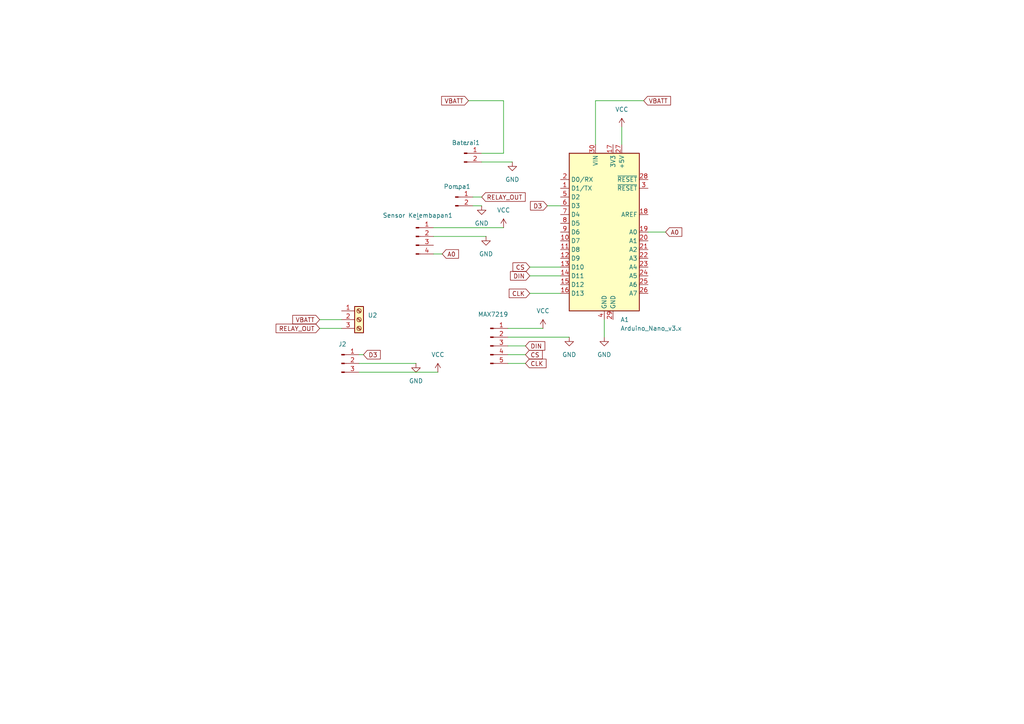
<source format=kicad_sch>
(kicad_sch
	(version 20250114)
	(generator "eeschema")
	(generator_version "9.0")
	(uuid "a9829113-1185-4df8-aea1-647f5ae830e3")
	(paper "A4")
	(lib_symbols
		(symbol "Connector:Conn_01x02_Pin"
			(pin_names
				(offset 1.016)
				(hide yes)
			)
			(exclude_from_sim no)
			(in_bom yes)
			(on_board yes)
			(property "Reference" "J"
				(at 0 2.54 0)
				(effects
					(font
						(size 1.27 1.27)
					)
				)
			)
			(property "Value" "Conn_01x02_Pin"
				(at 0 -5.08 0)
				(effects
					(font
						(size 1.27 1.27)
					)
				)
			)
			(property "Footprint" ""
				(at 0 0 0)
				(effects
					(font
						(size 1.27 1.27)
					)
					(hide yes)
				)
			)
			(property "Datasheet" "~"
				(at 0 0 0)
				(effects
					(font
						(size 1.27 1.27)
					)
					(hide yes)
				)
			)
			(property "Description" "Generic connector, single row, 01x02, script generated"
				(at 0 0 0)
				(effects
					(font
						(size 1.27 1.27)
					)
					(hide yes)
				)
			)
			(property "ki_locked" ""
				(at 0 0 0)
				(effects
					(font
						(size 1.27 1.27)
					)
				)
			)
			(property "ki_keywords" "connector"
				(at 0 0 0)
				(effects
					(font
						(size 1.27 1.27)
					)
					(hide yes)
				)
			)
			(property "ki_fp_filters" "Connector*:*_1x??_*"
				(at 0 0 0)
				(effects
					(font
						(size 1.27 1.27)
					)
					(hide yes)
				)
			)
			(symbol "Conn_01x02_Pin_1_1"
				(rectangle
					(start 0.8636 0.127)
					(end 0 -0.127)
					(stroke
						(width 0.1524)
						(type default)
					)
					(fill
						(type outline)
					)
				)
				(rectangle
					(start 0.8636 -2.413)
					(end 0 -2.667)
					(stroke
						(width 0.1524)
						(type default)
					)
					(fill
						(type outline)
					)
				)
				(polyline
					(pts
						(xy 1.27 0) (xy 0.8636 0)
					)
					(stroke
						(width 0.1524)
						(type default)
					)
					(fill
						(type none)
					)
				)
				(polyline
					(pts
						(xy 1.27 -2.54) (xy 0.8636 -2.54)
					)
					(stroke
						(width 0.1524)
						(type default)
					)
					(fill
						(type none)
					)
				)
				(pin passive line
					(at 5.08 0 180)
					(length 3.81)
					(name "Pin_1"
						(effects
							(font
								(size 1.27 1.27)
							)
						)
					)
					(number "1"
						(effects
							(font
								(size 1.27 1.27)
							)
						)
					)
				)
				(pin passive line
					(at 5.08 -2.54 180)
					(length 3.81)
					(name "Pin_2"
						(effects
							(font
								(size 1.27 1.27)
							)
						)
					)
					(number "2"
						(effects
							(font
								(size 1.27 1.27)
							)
						)
					)
				)
			)
			(embedded_fonts no)
		)
		(symbol "Connector:Conn_01x03_Pin"
			(pin_names
				(offset 1.016)
				(hide yes)
			)
			(exclude_from_sim no)
			(in_bom yes)
			(on_board yes)
			(property "Reference" "J"
				(at 0 5.08 0)
				(effects
					(font
						(size 1.27 1.27)
					)
				)
			)
			(property "Value" "Conn_01x03_Pin"
				(at 0 -5.08 0)
				(effects
					(font
						(size 1.27 1.27)
					)
				)
			)
			(property "Footprint" ""
				(at 0 0 0)
				(effects
					(font
						(size 1.27 1.27)
					)
					(hide yes)
				)
			)
			(property "Datasheet" "~"
				(at 0 0 0)
				(effects
					(font
						(size 1.27 1.27)
					)
					(hide yes)
				)
			)
			(property "Description" "Generic connector, single row, 01x03, script generated"
				(at 0 0 0)
				(effects
					(font
						(size 1.27 1.27)
					)
					(hide yes)
				)
			)
			(property "ki_locked" ""
				(at 0 0 0)
				(effects
					(font
						(size 1.27 1.27)
					)
				)
			)
			(property "ki_keywords" "connector"
				(at 0 0 0)
				(effects
					(font
						(size 1.27 1.27)
					)
					(hide yes)
				)
			)
			(property "ki_fp_filters" "Connector*:*_1x??_*"
				(at 0 0 0)
				(effects
					(font
						(size 1.27 1.27)
					)
					(hide yes)
				)
			)
			(symbol "Conn_01x03_Pin_1_1"
				(rectangle
					(start 0.8636 2.667)
					(end 0 2.413)
					(stroke
						(width 0.1524)
						(type default)
					)
					(fill
						(type outline)
					)
				)
				(rectangle
					(start 0.8636 0.127)
					(end 0 -0.127)
					(stroke
						(width 0.1524)
						(type default)
					)
					(fill
						(type outline)
					)
				)
				(rectangle
					(start 0.8636 -2.413)
					(end 0 -2.667)
					(stroke
						(width 0.1524)
						(type default)
					)
					(fill
						(type outline)
					)
				)
				(polyline
					(pts
						(xy 1.27 2.54) (xy 0.8636 2.54)
					)
					(stroke
						(width 0.1524)
						(type default)
					)
					(fill
						(type none)
					)
				)
				(polyline
					(pts
						(xy 1.27 0) (xy 0.8636 0)
					)
					(stroke
						(width 0.1524)
						(type default)
					)
					(fill
						(type none)
					)
				)
				(polyline
					(pts
						(xy 1.27 -2.54) (xy 0.8636 -2.54)
					)
					(stroke
						(width 0.1524)
						(type default)
					)
					(fill
						(type none)
					)
				)
				(pin passive line
					(at 5.08 2.54 180)
					(length 3.81)
					(name "Pin_1"
						(effects
							(font
								(size 1.27 1.27)
							)
						)
					)
					(number "1"
						(effects
							(font
								(size 1.27 1.27)
							)
						)
					)
				)
				(pin passive line
					(at 5.08 0 180)
					(length 3.81)
					(name "Pin_2"
						(effects
							(font
								(size 1.27 1.27)
							)
						)
					)
					(number "2"
						(effects
							(font
								(size 1.27 1.27)
							)
						)
					)
				)
				(pin passive line
					(at 5.08 -2.54 180)
					(length 3.81)
					(name "Pin_3"
						(effects
							(font
								(size 1.27 1.27)
							)
						)
					)
					(number "3"
						(effects
							(font
								(size 1.27 1.27)
							)
						)
					)
				)
			)
			(embedded_fonts no)
		)
		(symbol "Connector:Conn_01x04_Pin"
			(pin_names
				(offset 1.016)
				(hide yes)
			)
			(exclude_from_sim no)
			(in_bom yes)
			(on_board yes)
			(property "Reference" "J"
				(at 0 5.08 0)
				(effects
					(font
						(size 1.27 1.27)
					)
				)
			)
			(property "Value" "Conn_01x04_Pin"
				(at 0 -7.62 0)
				(effects
					(font
						(size 1.27 1.27)
					)
				)
			)
			(property "Footprint" ""
				(at 0 0 0)
				(effects
					(font
						(size 1.27 1.27)
					)
					(hide yes)
				)
			)
			(property "Datasheet" "~"
				(at 0 0 0)
				(effects
					(font
						(size 1.27 1.27)
					)
					(hide yes)
				)
			)
			(property "Description" "Generic connector, single row, 01x04, script generated"
				(at 0 0 0)
				(effects
					(font
						(size 1.27 1.27)
					)
					(hide yes)
				)
			)
			(property "ki_locked" ""
				(at 0 0 0)
				(effects
					(font
						(size 1.27 1.27)
					)
				)
			)
			(property "ki_keywords" "connector"
				(at 0 0 0)
				(effects
					(font
						(size 1.27 1.27)
					)
					(hide yes)
				)
			)
			(property "ki_fp_filters" "Connector*:*_1x??_*"
				(at 0 0 0)
				(effects
					(font
						(size 1.27 1.27)
					)
					(hide yes)
				)
			)
			(symbol "Conn_01x04_Pin_1_1"
				(rectangle
					(start 0.8636 2.667)
					(end 0 2.413)
					(stroke
						(width 0.1524)
						(type default)
					)
					(fill
						(type outline)
					)
				)
				(rectangle
					(start 0.8636 0.127)
					(end 0 -0.127)
					(stroke
						(width 0.1524)
						(type default)
					)
					(fill
						(type outline)
					)
				)
				(rectangle
					(start 0.8636 -2.413)
					(end 0 -2.667)
					(stroke
						(width 0.1524)
						(type default)
					)
					(fill
						(type outline)
					)
				)
				(rectangle
					(start 0.8636 -4.953)
					(end 0 -5.207)
					(stroke
						(width 0.1524)
						(type default)
					)
					(fill
						(type outline)
					)
				)
				(polyline
					(pts
						(xy 1.27 2.54) (xy 0.8636 2.54)
					)
					(stroke
						(width 0.1524)
						(type default)
					)
					(fill
						(type none)
					)
				)
				(polyline
					(pts
						(xy 1.27 0) (xy 0.8636 0)
					)
					(stroke
						(width 0.1524)
						(type default)
					)
					(fill
						(type none)
					)
				)
				(polyline
					(pts
						(xy 1.27 -2.54) (xy 0.8636 -2.54)
					)
					(stroke
						(width 0.1524)
						(type default)
					)
					(fill
						(type none)
					)
				)
				(polyline
					(pts
						(xy 1.27 -5.08) (xy 0.8636 -5.08)
					)
					(stroke
						(width 0.1524)
						(type default)
					)
					(fill
						(type none)
					)
				)
				(pin passive line
					(at 5.08 2.54 180)
					(length 3.81)
					(name "Pin_1"
						(effects
							(font
								(size 1.27 1.27)
							)
						)
					)
					(number "1"
						(effects
							(font
								(size 1.27 1.27)
							)
						)
					)
				)
				(pin passive line
					(at 5.08 0 180)
					(length 3.81)
					(name "Pin_2"
						(effects
							(font
								(size 1.27 1.27)
							)
						)
					)
					(number "2"
						(effects
							(font
								(size 1.27 1.27)
							)
						)
					)
				)
				(pin passive line
					(at 5.08 -2.54 180)
					(length 3.81)
					(name "Pin_3"
						(effects
							(font
								(size 1.27 1.27)
							)
						)
					)
					(number "3"
						(effects
							(font
								(size 1.27 1.27)
							)
						)
					)
				)
				(pin passive line
					(at 5.08 -5.08 180)
					(length 3.81)
					(name "Pin_4"
						(effects
							(font
								(size 1.27 1.27)
							)
						)
					)
					(number "4"
						(effects
							(font
								(size 1.27 1.27)
							)
						)
					)
				)
			)
			(embedded_fonts no)
		)
		(symbol "Connector:Conn_01x05_Pin"
			(pin_names
				(offset 1.016)
				(hide yes)
			)
			(exclude_from_sim no)
			(in_bom yes)
			(on_board yes)
			(property "Reference" "J"
				(at 0 7.62 0)
				(effects
					(font
						(size 1.27 1.27)
					)
				)
			)
			(property "Value" "Conn_01x05_Pin"
				(at 0 -7.62 0)
				(effects
					(font
						(size 1.27 1.27)
					)
				)
			)
			(property "Footprint" ""
				(at 0 0 0)
				(effects
					(font
						(size 1.27 1.27)
					)
					(hide yes)
				)
			)
			(property "Datasheet" "~"
				(at 0 0 0)
				(effects
					(font
						(size 1.27 1.27)
					)
					(hide yes)
				)
			)
			(property "Description" "Generic connector, single row, 01x05, script generated"
				(at 0 0 0)
				(effects
					(font
						(size 1.27 1.27)
					)
					(hide yes)
				)
			)
			(property "ki_locked" ""
				(at 0 0 0)
				(effects
					(font
						(size 1.27 1.27)
					)
				)
			)
			(property "ki_keywords" "connector"
				(at 0 0 0)
				(effects
					(font
						(size 1.27 1.27)
					)
					(hide yes)
				)
			)
			(property "ki_fp_filters" "Connector*:*_1x??_*"
				(at 0 0 0)
				(effects
					(font
						(size 1.27 1.27)
					)
					(hide yes)
				)
			)
			(symbol "Conn_01x05_Pin_1_1"
				(rectangle
					(start 0.8636 5.207)
					(end 0 4.953)
					(stroke
						(width 0.1524)
						(type default)
					)
					(fill
						(type outline)
					)
				)
				(rectangle
					(start 0.8636 2.667)
					(end 0 2.413)
					(stroke
						(width 0.1524)
						(type default)
					)
					(fill
						(type outline)
					)
				)
				(rectangle
					(start 0.8636 0.127)
					(end 0 -0.127)
					(stroke
						(width 0.1524)
						(type default)
					)
					(fill
						(type outline)
					)
				)
				(rectangle
					(start 0.8636 -2.413)
					(end 0 -2.667)
					(stroke
						(width 0.1524)
						(type default)
					)
					(fill
						(type outline)
					)
				)
				(rectangle
					(start 0.8636 -4.953)
					(end 0 -5.207)
					(stroke
						(width 0.1524)
						(type default)
					)
					(fill
						(type outline)
					)
				)
				(polyline
					(pts
						(xy 1.27 5.08) (xy 0.8636 5.08)
					)
					(stroke
						(width 0.1524)
						(type default)
					)
					(fill
						(type none)
					)
				)
				(polyline
					(pts
						(xy 1.27 2.54) (xy 0.8636 2.54)
					)
					(stroke
						(width 0.1524)
						(type default)
					)
					(fill
						(type none)
					)
				)
				(polyline
					(pts
						(xy 1.27 0) (xy 0.8636 0)
					)
					(stroke
						(width 0.1524)
						(type default)
					)
					(fill
						(type none)
					)
				)
				(polyline
					(pts
						(xy 1.27 -2.54) (xy 0.8636 -2.54)
					)
					(stroke
						(width 0.1524)
						(type default)
					)
					(fill
						(type none)
					)
				)
				(polyline
					(pts
						(xy 1.27 -5.08) (xy 0.8636 -5.08)
					)
					(stroke
						(width 0.1524)
						(type default)
					)
					(fill
						(type none)
					)
				)
				(pin passive line
					(at 5.08 5.08 180)
					(length 3.81)
					(name "Pin_1"
						(effects
							(font
								(size 1.27 1.27)
							)
						)
					)
					(number "1"
						(effects
							(font
								(size 1.27 1.27)
							)
						)
					)
				)
				(pin passive line
					(at 5.08 2.54 180)
					(length 3.81)
					(name "Pin_2"
						(effects
							(font
								(size 1.27 1.27)
							)
						)
					)
					(number "2"
						(effects
							(font
								(size 1.27 1.27)
							)
						)
					)
				)
				(pin passive line
					(at 5.08 0 180)
					(length 3.81)
					(name "Pin_3"
						(effects
							(font
								(size 1.27 1.27)
							)
						)
					)
					(number "3"
						(effects
							(font
								(size 1.27 1.27)
							)
						)
					)
				)
				(pin passive line
					(at 5.08 -2.54 180)
					(length 3.81)
					(name "Pin_4"
						(effects
							(font
								(size 1.27 1.27)
							)
						)
					)
					(number "4"
						(effects
							(font
								(size 1.27 1.27)
							)
						)
					)
				)
				(pin passive line
					(at 5.08 -5.08 180)
					(length 3.81)
					(name "Pin_5"
						(effects
							(font
								(size 1.27 1.27)
							)
						)
					)
					(number "5"
						(effects
							(font
								(size 1.27 1.27)
							)
						)
					)
				)
			)
			(embedded_fonts no)
		)
		(symbol "Connector:Screw_Terminal_01x03"
			(pin_names
				(offset 1.016)
				(hide yes)
			)
			(exclude_from_sim no)
			(in_bom yes)
			(on_board yes)
			(property "Reference" "J"
				(at 0 5.08 0)
				(effects
					(font
						(size 1.27 1.27)
					)
				)
			)
			(property "Value" "Screw_Terminal_01x03"
				(at 0 -5.08 0)
				(effects
					(font
						(size 1.27 1.27)
					)
				)
			)
			(property "Footprint" ""
				(at 0 0 0)
				(effects
					(font
						(size 1.27 1.27)
					)
					(hide yes)
				)
			)
			(property "Datasheet" "~"
				(at 0 0 0)
				(effects
					(font
						(size 1.27 1.27)
					)
					(hide yes)
				)
			)
			(property "Description" "Generic screw terminal, single row, 01x03, script generated (kicad-library-utils/schlib/autogen/connector/)"
				(at 0 0 0)
				(effects
					(font
						(size 1.27 1.27)
					)
					(hide yes)
				)
			)
			(property "ki_keywords" "screw terminal"
				(at 0 0 0)
				(effects
					(font
						(size 1.27 1.27)
					)
					(hide yes)
				)
			)
			(property "ki_fp_filters" "TerminalBlock*:*"
				(at 0 0 0)
				(effects
					(font
						(size 1.27 1.27)
					)
					(hide yes)
				)
			)
			(symbol "Screw_Terminal_01x03_1_1"
				(rectangle
					(start -1.27 3.81)
					(end 1.27 -3.81)
					(stroke
						(width 0.254)
						(type default)
					)
					(fill
						(type background)
					)
				)
				(polyline
					(pts
						(xy -0.5334 2.8702) (xy 0.3302 2.032)
					)
					(stroke
						(width 0.1524)
						(type default)
					)
					(fill
						(type none)
					)
				)
				(polyline
					(pts
						(xy -0.5334 0.3302) (xy 0.3302 -0.508)
					)
					(stroke
						(width 0.1524)
						(type default)
					)
					(fill
						(type none)
					)
				)
				(polyline
					(pts
						(xy -0.5334 -2.2098) (xy 0.3302 -3.048)
					)
					(stroke
						(width 0.1524)
						(type default)
					)
					(fill
						(type none)
					)
				)
				(polyline
					(pts
						(xy -0.3556 3.048) (xy 0.508 2.2098)
					)
					(stroke
						(width 0.1524)
						(type default)
					)
					(fill
						(type none)
					)
				)
				(polyline
					(pts
						(xy -0.3556 0.508) (xy 0.508 -0.3302)
					)
					(stroke
						(width 0.1524)
						(type default)
					)
					(fill
						(type none)
					)
				)
				(polyline
					(pts
						(xy -0.3556 -2.032) (xy 0.508 -2.8702)
					)
					(stroke
						(width 0.1524)
						(type default)
					)
					(fill
						(type none)
					)
				)
				(circle
					(center 0 2.54)
					(radius 0.635)
					(stroke
						(width 0.1524)
						(type default)
					)
					(fill
						(type none)
					)
				)
				(circle
					(center 0 0)
					(radius 0.635)
					(stroke
						(width 0.1524)
						(type default)
					)
					(fill
						(type none)
					)
				)
				(circle
					(center 0 -2.54)
					(radius 0.635)
					(stroke
						(width 0.1524)
						(type default)
					)
					(fill
						(type none)
					)
				)
				(pin passive line
					(at -5.08 2.54 0)
					(length 3.81)
					(name "Pin_1"
						(effects
							(font
								(size 1.27 1.27)
							)
						)
					)
					(number "1"
						(effects
							(font
								(size 1.27 1.27)
							)
						)
					)
				)
				(pin passive line
					(at -5.08 0 0)
					(length 3.81)
					(name "Pin_2"
						(effects
							(font
								(size 1.27 1.27)
							)
						)
					)
					(number "2"
						(effects
							(font
								(size 1.27 1.27)
							)
						)
					)
				)
				(pin passive line
					(at -5.08 -2.54 0)
					(length 3.81)
					(name "Pin_3"
						(effects
							(font
								(size 1.27 1.27)
							)
						)
					)
					(number "3"
						(effects
							(font
								(size 1.27 1.27)
							)
						)
					)
				)
			)
			(embedded_fonts no)
		)
		(symbol "MCU_Module:Arduino_Nano_v3.x"
			(exclude_from_sim no)
			(in_bom yes)
			(on_board yes)
			(property "Reference" "A"
				(at -10.16 23.495 0)
				(effects
					(font
						(size 1.27 1.27)
					)
					(justify left bottom)
				)
			)
			(property "Value" "Arduino_Nano_v3.x"
				(at 5.08 -24.13 0)
				(effects
					(font
						(size 1.27 1.27)
					)
					(justify left top)
				)
			)
			(property "Footprint" "Module:Arduino_Nano"
				(at 0 0 0)
				(effects
					(font
						(size 1.27 1.27)
						(italic yes)
					)
					(hide yes)
				)
			)
			(property "Datasheet" "http://www.mouser.com/pdfdocs/Gravitech_Arduino_Nano3_0.pdf"
				(at 0 0 0)
				(effects
					(font
						(size 1.27 1.27)
					)
					(hide yes)
				)
			)
			(property "Description" "Arduino Nano v3.x"
				(at 0 0 0)
				(effects
					(font
						(size 1.27 1.27)
					)
					(hide yes)
				)
			)
			(property "ki_keywords" "Arduino nano microcontroller module USB"
				(at 0 0 0)
				(effects
					(font
						(size 1.27 1.27)
					)
					(hide yes)
				)
			)
			(property "ki_fp_filters" "Arduino*Nano*"
				(at 0 0 0)
				(effects
					(font
						(size 1.27 1.27)
					)
					(hide yes)
				)
			)
			(symbol "Arduino_Nano_v3.x_0_1"
				(rectangle
					(start -10.16 22.86)
					(end 10.16 -22.86)
					(stroke
						(width 0.254)
						(type default)
					)
					(fill
						(type background)
					)
				)
			)
			(symbol "Arduino_Nano_v3.x_1_1"
				(pin bidirectional line
					(at -12.7 15.24 0)
					(length 2.54)
					(name "D0/RX"
						(effects
							(font
								(size 1.27 1.27)
							)
						)
					)
					(number "2"
						(effects
							(font
								(size 1.27 1.27)
							)
						)
					)
				)
				(pin bidirectional line
					(at -12.7 12.7 0)
					(length 2.54)
					(name "D1/TX"
						(effects
							(font
								(size 1.27 1.27)
							)
						)
					)
					(number "1"
						(effects
							(font
								(size 1.27 1.27)
							)
						)
					)
				)
				(pin bidirectional line
					(at -12.7 10.16 0)
					(length 2.54)
					(name "D2"
						(effects
							(font
								(size 1.27 1.27)
							)
						)
					)
					(number "5"
						(effects
							(font
								(size 1.27 1.27)
							)
						)
					)
				)
				(pin bidirectional line
					(at -12.7 7.62 0)
					(length 2.54)
					(name "D3"
						(effects
							(font
								(size 1.27 1.27)
							)
						)
					)
					(number "6"
						(effects
							(font
								(size 1.27 1.27)
							)
						)
					)
				)
				(pin bidirectional line
					(at -12.7 5.08 0)
					(length 2.54)
					(name "D4"
						(effects
							(font
								(size 1.27 1.27)
							)
						)
					)
					(number "7"
						(effects
							(font
								(size 1.27 1.27)
							)
						)
					)
				)
				(pin bidirectional line
					(at -12.7 2.54 0)
					(length 2.54)
					(name "D5"
						(effects
							(font
								(size 1.27 1.27)
							)
						)
					)
					(number "8"
						(effects
							(font
								(size 1.27 1.27)
							)
						)
					)
				)
				(pin bidirectional line
					(at -12.7 0 0)
					(length 2.54)
					(name "D6"
						(effects
							(font
								(size 1.27 1.27)
							)
						)
					)
					(number "9"
						(effects
							(font
								(size 1.27 1.27)
							)
						)
					)
				)
				(pin bidirectional line
					(at -12.7 -2.54 0)
					(length 2.54)
					(name "D7"
						(effects
							(font
								(size 1.27 1.27)
							)
						)
					)
					(number "10"
						(effects
							(font
								(size 1.27 1.27)
							)
						)
					)
				)
				(pin bidirectional line
					(at -12.7 -5.08 0)
					(length 2.54)
					(name "D8"
						(effects
							(font
								(size 1.27 1.27)
							)
						)
					)
					(number "11"
						(effects
							(font
								(size 1.27 1.27)
							)
						)
					)
				)
				(pin bidirectional line
					(at -12.7 -7.62 0)
					(length 2.54)
					(name "D9"
						(effects
							(font
								(size 1.27 1.27)
							)
						)
					)
					(number "12"
						(effects
							(font
								(size 1.27 1.27)
							)
						)
					)
				)
				(pin bidirectional line
					(at -12.7 -10.16 0)
					(length 2.54)
					(name "D10"
						(effects
							(font
								(size 1.27 1.27)
							)
						)
					)
					(number "13"
						(effects
							(font
								(size 1.27 1.27)
							)
						)
					)
				)
				(pin bidirectional line
					(at -12.7 -12.7 0)
					(length 2.54)
					(name "D11"
						(effects
							(font
								(size 1.27 1.27)
							)
						)
					)
					(number "14"
						(effects
							(font
								(size 1.27 1.27)
							)
						)
					)
				)
				(pin bidirectional line
					(at -12.7 -15.24 0)
					(length 2.54)
					(name "D12"
						(effects
							(font
								(size 1.27 1.27)
							)
						)
					)
					(number "15"
						(effects
							(font
								(size 1.27 1.27)
							)
						)
					)
				)
				(pin bidirectional line
					(at -12.7 -17.78 0)
					(length 2.54)
					(name "D13"
						(effects
							(font
								(size 1.27 1.27)
							)
						)
					)
					(number "16"
						(effects
							(font
								(size 1.27 1.27)
							)
						)
					)
				)
				(pin power_in line
					(at -2.54 25.4 270)
					(length 2.54)
					(name "VIN"
						(effects
							(font
								(size 1.27 1.27)
							)
						)
					)
					(number "30"
						(effects
							(font
								(size 1.27 1.27)
							)
						)
					)
				)
				(pin power_in line
					(at 0 -25.4 90)
					(length 2.54)
					(name "GND"
						(effects
							(font
								(size 1.27 1.27)
							)
						)
					)
					(number "4"
						(effects
							(font
								(size 1.27 1.27)
							)
						)
					)
				)
				(pin power_out line
					(at 2.54 25.4 270)
					(length 2.54)
					(name "3V3"
						(effects
							(font
								(size 1.27 1.27)
							)
						)
					)
					(number "17"
						(effects
							(font
								(size 1.27 1.27)
							)
						)
					)
				)
				(pin power_in line
					(at 2.54 -25.4 90)
					(length 2.54)
					(name "GND"
						(effects
							(font
								(size 1.27 1.27)
							)
						)
					)
					(number "29"
						(effects
							(font
								(size 1.27 1.27)
							)
						)
					)
				)
				(pin power_out line
					(at 5.08 25.4 270)
					(length 2.54)
					(name "+5V"
						(effects
							(font
								(size 1.27 1.27)
							)
						)
					)
					(number "27"
						(effects
							(font
								(size 1.27 1.27)
							)
						)
					)
				)
				(pin input line
					(at 12.7 15.24 180)
					(length 2.54)
					(name "~{RESET}"
						(effects
							(font
								(size 1.27 1.27)
							)
						)
					)
					(number "28"
						(effects
							(font
								(size 1.27 1.27)
							)
						)
					)
				)
				(pin input line
					(at 12.7 12.7 180)
					(length 2.54)
					(name "~{RESET}"
						(effects
							(font
								(size 1.27 1.27)
							)
						)
					)
					(number "3"
						(effects
							(font
								(size 1.27 1.27)
							)
						)
					)
				)
				(pin input line
					(at 12.7 5.08 180)
					(length 2.54)
					(name "AREF"
						(effects
							(font
								(size 1.27 1.27)
							)
						)
					)
					(number "18"
						(effects
							(font
								(size 1.27 1.27)
							)
						)
					)
				)
				(pin bidirectional line
					(at 12.7 0 180)
					(length 2.54)
					(name "A0"
						(effects
							(font
								(size 1.27 1.27)
							)
						)
					)
					(number "19"
						(effects
							(font
								(size 1.27 1.27)
							)
						)
					)
				)
				(pin bidirectional line
					(at 12.7 -2.54 180)
					(length 2.54)
					(name "A1"
						(effects
							(font
								(size 1.27 1.27)
							)
						)
					)
					(number "20"
						(effects
							(font
								(size 1.27 1.27)
							)
						)
					)
				)
				(pin bidirectional line
					(at 12.7 -5.08 180)
					(length 2.54)
					(name "A2"
						(effects
							(font
								(size 1.27 1.27)
							)
						)
					)
					(number "21"
						(effects
							(font
								(size 1.27 1.27)
							)
						)
					)
				)
				(pin bidirectional line
					(at 12.7 -7.62 180)
					(length 2.54)
					(name "A3"
						(effects
							(font
								(size 1.27 1.27)
							)
						)
					)
					(number "22"
						(effects
							(font
								(size 1.27 1.27)
							)
						)
					)
				)
				(pin bidirectional line
					(at 12.7 -10.16 180)
					(length 2.54)
					(name "A4"
						(effects
							(font
								(size 1.27 1.27)
							)
						)
					)
					(number "23"
						(effects
							(font
								(size 1.27 1.27)
							)
						)
					)
				)
				(pin bidirectional line
					(at 12.7 -12.7 180)
					(length 2.54)
					(name "A5"
						(effects
							(font
								(size 1.27 1.27)
							)
						)
					)
					(number "24"
						(effects
							(font
								(size 1.27 1.27)
							)
						)
					)
				)
				(pin bidirectional line
					(at 12.7 -15.24 180)
					(length 2.54)
					(name "A6"
						(effects
							(font
								(size 1.27 1.27)
							)
						)
					)
					(number "25"
						(effects
							(font
								(size 1.27 1.27)
							)
						)
					)
				)
				(pin bidirectional line
					(at 12.7 -17.78 180)
					(length 2.54)
					(name "A7"
						(effects
							(font
								(size 1.27 1.27)
							)
						)
					)
					(number "26"
						(effects
							(font
								(size 1.27 1.27)
							)
						)
					)
				)
			)
			(embedded_fonts no)
		)
		(symbol "power:GND"
			(power)
			(pin_numbers
				(hide yes)
			)
			(pin_names
				(offset 0)
				(hide yes)
			)
			(exclude_from_sim no)
			(in_bom yes)
			(on_board yes)
			(property "Reference" "#PWR"
				(at 0 -6.35 0)
				(effects
					(font
						(size 1.27 1.27)
					)
					(hide yes)
				)
			)
			(property "Value" "GND"
				(at 0 -3.81 0)
				(effects
					(font
						(size 1.27 1.27)
					)
				)
			)
			(property "Footprint" ""
				(at 0 0 0)
				(effects
					(font
						(size 1.27 1.27)
					)
					(hide yes)
				)
			)
			(property "Datasheet" ""
				(at 0 0 0)
				(effects
					(font
						(size 1.27 1.27)
					)
					(hide yes)
				)
			)
			(property "Description" "Power symbol creates a global label with name \"GND\" , ground"
				(at 0 0 0)
				(effects
					(font
						(size 1.27 1.27)
					)
					(hide yes)
				)
			)
			(property "ki_keywords" "global power"
				(at 0 0 0)
				(effects
					(font
						(size 1.27 1.27)
					)
					(hide yes)
				)
			)
			(symbol "GND_0_1"
				(polyline
					(pts
						(xy 0 0) (xy 0 -1.27) (xy 1.27 -1.27) (xy 0 -2.54) (xy -1.27 -1.27) (xy 0 -1.27)
					)
					(stroke
						(width 0)
						(type default)
					)
					(fill
						(type none)
					)
				)
			)
			(symbol "GND_1_1"
				(pin power_in line
					(at 0 0 270)
					(length 0)
					(name "~"
						(effects
							(font
								(size 1.27 1.27)
							)
						)
					)
					(number "1"
						(effects
							(font
								(size 1.27 1.27)
							)
						)
					)
				)
			)
			(embedded_fonts no)
		)
		(symbol "power:VCC"
			(power)
			(pin_numbers
				(hide yes)
			)
			(pin_names
				(offset 0)
				(hide yes)
			)
			(exclude_from_sim no)
			(in_bom yes)
			(on_board yes)
			(property "Reference" "#PWR"
				(at 0 -3.81 0)
				(effects
					(font
						(size 1.27 1.27)
					)
					(hide yes)
				)
			)
			(property "Value" "VCC"
				(at 0 3.556 0)
				(effects
					(font
						(size 1.27 1.27)
					)
				)
			)
			(property "Footprint" ""
				(at 0 0 0)
				(effects
					(font
						(size 1.27 1.27)
					)
					(hide yes)
				)
			)
			(property "Datasheet" ""
				(at 0 0 0)
				(effects
					(font
						(size 1.27 1.27)
					)
					(hide yes)
				)
			)
			(property "Description" "Power symbol creates a global label with name \"VCC\""
				(at 0 0 0)
				(effects
					(font
						(size 1.27 1.27)
					)
					(hide yes)
				)
			)
			(property "ki_keywords" "global power"
				(at 0 0 0)
				(effects
					(font
						(size 1.27 1.27)
					)
					(hide yes)
				)
			)
			(symbol "VCC_0_1"
				(polyline
					(pts
						(xy -0.762 1.27) (xy 0 2.54)
					)
					(stroke
						(width 0)
						(type default)
					)
					(fill
						(type none)
					)
				)
				(polyline
					(pts
						(xy 0 2.54) (xy 0.762 1.27)
					)
					(stroke
						(width 0)
						(type default)
					)
					(fill
						(type none)
					)
				)
				(polyline
					(pts
						(xy 0 0) (xy 0 2.54)
					)
					(stroke
						(width 0)
						(type default)
					)
					(fill
						(type none)
					)
				)
			)
			(symbol "VCC_1_1"
				(pin power_in line
					(at 0 0 90)
					(length 0)
					(name "~"
						(effects
							(font
								(size 1.27 1.27)
							)
						)
					)
					(number "1"
						(effects
							(font
								(size 1.27 1.27)
							)
						)
					)
				)
			)
			(embedded_fonts no)
		)
	)
	(wire
		(pts
			(xy 137.16 59.69) (xy 139.7 59.69)
		)
		(stroke
			(width 0)
			(type default)
		)
		(uuid "01aa82c0-46bd-4d64-8634-c61ea914039d")
	)
	(wire
		(pts
			(xy 147.32 95.25) (xy 157.48 95.25)
		)
		(stroke
			(width 0)
			(type default)
		)
		(uuid "10d0d24d-e98f-4b96-94d5-41fd332d4fe8")
	)
	(wire
		(pts
			(xy 104.14 107.95) (xy 127 107.95)
		)
		(stroke
			(width 0)
			(type default)
		)
		(uuid "175943e2-732b-4b4b-a1df-ad3b97256a62")
	)
	(wire
		(pts
			(xy 186.69 29.21) (xy 172.72 29.21)
		)
		(stroke
			(width 0)
			(type default)
		)
		(uuid "19037138-6f85-4f3b-8820-9bc3b01145d1")
	)
	(wire
		(pts
			(xy 146.05 44.45) (xy 146.05 29.21)
		)
		(stroke
			(width 0)
			(type default)
		)
		(uuid "24619a71-e547-4fbe-8455-96e166800816")
	)
	(wire
		(pts
			(xy 180.34 36.83) (xy 180.34 41.91)
		)
		(stroke
			(width 0)
			(type default)
		)
		(uuid "2e1fd99c-2f87-4bcb-a4d6-68853871495b")
	)
	(wire
		(pts
			(xy 92.71 92.71) (xy 99.06 92.71)
		)
		(stroke
			(width 0)
			(type default)
		)
		(uuid "40d4961d-2e34-47c8-9f74-24cec31e2163")
	)
	(wire
		(pts
			(xy 153.67 77.47) (xy 162.56 77.47)
		)
		(stroke
			(width 0)
			(type default)
		)
		(uuid "48c53d3a-18f0-47d0-b1fe-38c2fbbdf318")
	)
	(wire
		(pts
			(xy 125.73 68.58) (xy 140.97 68.58)
		)
		(stroke
			(width 0)
			(type default)
		)
		(uuid "4951f22a-5a5f-4d3f-b22d-f4aea02fd8e7")
	)
	(wire
		(pts
			(xy 147.32 100.33) (xy 152.4 100.33)
		)
		(stroke
			(width 0)
			(type default)
		)
		(uuid "4ad3a44d-4439-4fd9-be36-b43767ecde63")
	)
	(wire
		(pts
			(xy 153.67 80.01) (xy 162.56 80.01)
		)
		(stroke
			(width 0)
			(type default)
		)
		(uuid "6be4de03-46ae-460b-b14a-f0179a1281d7")
	)
	(wire
		(pts
			(xy 175.26 92.71) (xy 175.26 97.79)
		)
		(stroke
			(width 0)
			(type default)
		)
		(uuid "6d5cb81e-d00e-4a55-abec-ce280d88fdc8")
	)
	(wire
		(pts
			(xy 125.73 73.66) (xy 128.27 73.66)
		)
		(stroke
			(width 0)
			(type default)
		)
		(uuid "6e4c9fc2-8f54-423c-a895-81cea9547cbc")
	)
	(wire
		(pts
			(xy 147.32 105.41) (xy 152.4 105.41)
		)
		(stroke
			(width 0)
			(type default)
		)
		(uuid "6e6b1974-521e-436e-ac4e-0127e076e55f")
	)
	(wire
		(pts
			(xy 139.7 44.45) (xy 146.05 44.45)
		)
		(stroke
			(width 0)
			(type default)
		)
		(uuid "6ed74bdd-22bf-41d2-998d-1ee1ab5c28d8")
	)
	(wire
		(pts
			(xy 135.89 29.21) (xy 146.05 29.21)
		)
		(stroke
			(width 0)
			(type default)
		)
		(uuid "6f954bd2-e435-4699-a277-dd9b86c13840")
	)
	(wire
		(pts
			(xy 139.7 46.99) (xy 148.59 46.99)
		)
		(stroke
			(width 0)
			(type default)
		)
		(uuid "798c5745-b5b6-4d15-acd6-5617f048a4e0")
	)
	(wire
		(pts
			(xy 147.32 102.87) (xy 152.4 102.87)
		)
		(stroke
			(width 0)
			(type default)
		)
		(uuid "8f65bb0d-2838-49d2-9cf9-15397c0d91f6")
	)
	(wire
		(pts
			(xy 125.73 66.04) (xy 146.05 66.04)
		)
		(stroke
			(width 0)
			(type default)
		)
		(uuid "920d4286-912f-4650-bd64-ca867bfc2c8d")
	)
	(wire
		(pts
			(xy 137.16 57.15) (xy 139.7 57.15)
		)
		(stroke
			(width 0)
			(type default)
		)
		(uuid "932859ce-e54e-4b7a-853b-fe4f76816916")
	)
	(wire
		(pts
			(xy 147.32 97.79) (xy 165.1 97.79)
		)
		(stroke
			(width 0)
			(type default)
		)
		(uuid "96f12ef4-eec9-4491-b061-5c32d077801d")
	)
	(wire
		(pts
			(xy 153.67 85.09) (xy 162.56 85.09)
		)
		(stroke
			(width 0)
			(type default)
		)
		(uuid "9c30089d-2d04-43b9-984c-a2118ed1bb30")
	)
	(wire
		(pts
			(xy 158.75 59.69) (xy 162.56 59.69)
		)
		(stroke
			(width 0)
			(type default)
		)
		(uuid "a1c27979-1e44-4baf-a9aa-2a8ef0914e5d")
	)
	(wire
		(pts
			(xy 104.14 102.87) (xy 105.41 102.87)
		)
		(stroke
			(width 0)
			(type default)
		)
		(uuid "a670afcc-52da-43ae-a5c9-3dfdddc5dcd3")
	)
	(wire
		(pts
			(xy 92.71 95.25) (xy 99.06 95.25)
		)
		(stroke
			(width 0)
			(type default)
		)
		(uuid "bbc161ac-3d54-4130-a2e8-27432ce096ff")
	)
	(wire
		(pts
			(xy 187.96 67.31) (xy 193.04 67.31)
		)
		(stroke
			(width 0)
			(type default)
		)
		(uuid "bd66db5d-01a8-4982-97e4-ac2c7684884a")
	)
	(wire
		(pts
			(xy 104.14 105.41) (xy 120.65 105.41)
		)
		(stroke
			(width 0)
			(type default)
		)
		(uuid "e45b7ff4-6a84-47f7-baa9-986c653f183b")
	)
	(wire
		(pts
			(xy 172.72 29.21) (xy 172.72 41.91)
		)
		(stroke
			(width 0)
			(type default)
		)
		(uuid "e71fd328-fa88-4fe7-88b9-8b4606a0f493")
	)
	(global_label "CLK"
		(shape input)
		(at 153.67 85.09 180)
		(fields_autoplaced yes)
		(effects
			(font
				(size 1.27 1.27)
			)
			(justify right)
		)
		(uuid "07741735-19cf-47cd-8da1-6adac66aeed3")
		(property "Intersheetrefs" "${INTERSHEET_REFS}"
			(at 147.1167 85.09 0)
			(effects
				(font
					(size 1.27 1.27)
				)
				(justify right)
				(hide yes)
			)
		)
	)
	(global_label "CLK"
		(shape input)
		(at 152.4 105.41 0)
		(fields_autoplaced yes)
		(effects
			(font
				(size 1.27 1.27)
			)
			(justify left)
		)
		(uuid "0b3862d3-17ad-4435-b6a2-095c39a58823")
		(property "Intersheetrefs" "${INTERSHEET_REFS}"
			(at 158.9533 105.41 0)
			(effects
				(font
					(size 1.27 1.27)
				)
				(justify left)
				(hide yes)
			)
		)
	)
	(global_label "VBATT"
		(shape input)
		(at 92.71 92.71 180)
		(fields_autoplaced yes)
		(effects
			(font
				(size 1.27 1.27)
			)
			(justify right)
		)
		(uuid "2833c80c-0213-42ba-9551-cee06fda71b0")
		(property "Intersheetrefs" "${INTERSHEET_REFS}"
			(at 84.3424 92.71 0)
			(effects
				(font
					(size 1.27 1.27)
				)
				(justify right)
				(hide yes)
			)
		)
	)
	(global_label "DIN"
		(shape input)
		(at 152.4 100.33 0)
		(fields_autoplaced yes)
		(effects
			(font
				(size 1.27 1.27)
			)
			(justify left)
		)
		(uuid "364bfe59-63a0-4dab-854b-f703130913a2")
		(property "Intersheetrefs" "${INTERSHEET_REFS}"
			(at 158.5905 100.33 0)
			(effects
				(font
					(size 1.27 1.27)
				)
				(justify left)
				(hide yes)
			)
		)
	)
	(global_label "VBATT"
		(shape input)
		(at 186.69 29.21 0)
		(fields_autoplaced yes)
		(effects
			(font
				(size 1.27 1.27)
			)
			(justify left)
		)
		(uuid "6cfc2318-e97b-4749-ad0b-eb03c83ea288")
		(property "Intersheetrefs" "${INTERSHEET_REFS}"
			(at 195.0576 29.21 0)
			(effects
				(font
					(size 1.27 1.27)
				)
				(justify left)
				(hide yes)
			)
		)
	)
	(global_label "CS"
		(shape input)
		(at 152.4 102.87 0)
		(fields_autoplaced yes)
		(effects
			(font
				(size 1.27 1.27)
			)
			(justify left)
		)
		(uuid "7e2ec9a8-241d-4352-a7f0-8597b689ae6a")
		(property "Intersheetrefs" "${INTERSHEET_REFS}"
			(at 157.8647 102.87 0)
			(effects
				(font
					(size 1.27 1.27)
				)
				(justify left)
				(hide yes)
			)
		)
	)
	(global_label "RELAY_OUT"
		(shape input)
		(at 92.71 95.25 180)
		(fields_autoplaced yes)
		(effects
			(font
				(size 1.27 1.27)
			)
			(justify right)
		)
		(uuid "7fd5f8b3-540b-495b-8d71-ce4259995655")
		(property "Intersheetrefs" "${INTERSHEET_REFS}"
			(at 79.5043 95.25 0)
			(effects
				(font
					(size 1.27 1.27)
				)
				(justify right)
				(hide yes)
			)
		)
	)
	(global_label "VBATT"
		(shape input)
		(at 135.89 29.21 180)
		(fields_autoplaced yes)
		(effects
			(font
				(size 1.27 1.27)
			)
			(justify right)
		)
		(uuid "85d1461d-d664-479e-9450-4cd4b35942e4")
		(property "Intersheetrefs" "${INTERSHEET_REFS}"
			(at 127.5224 29.21 0)
			(effects
				(font
					(size 1.27 1.27)
				)
				(justify right)
				(hide yes)
			)
		)
	)
	(global_label "D3"
		(shape input)
		(at 105.41 102.87 0)
		(fields_autoplaced yes)
		(effects
			(font
				(size 1.27 1.27)
			)
			(justify left)
		)
		(uuid "ba049065-ef6c-4b2a-a767-ce99d4e4d0ea")
		(property "Intersheetrefs" "${INTERSHEET_REFS}"
			(at 110.8747 102.87 0)
			(effects
				(font
					(size 1.27 1.27)
				)
				(justify left)
				(hide yes)
			)
		)
	)
	(global_label "A0"
		(shape input)
		(at 128.27 73.66 0)
		(fields_autoplaced yes)
		(effects
			(font
				(size 1.27 1.27)
			)
			(justify left)
		)
		(uuid "c602628b-3a8a-4735-ad76-a2f0555c1721")
		(property "Intersheetrefs" "${INTERSHEET_REFS}"
			(at 133.5533 73.66 0)
			(effects
				(font
					(size 1.27 1.27)
				)
				(justify left)
				(hide yes)
			)
		)
	)
	(global_label "DIN"
		(shape input)
		(at 153.67 80.01 180)
		(fields_autoplaced yes)
		(effects
			(font
				(size 1.27 1.27)
			)
			(justify right)
		)
		(uuid "d41f9ddb-35b3-478e-8437-bd325a8b41d0")
		(property "Intersheetrefs" "${INTERSHEET_REFS}"
			(at 147.4795 80.01 0)
			(effects
				(font
					(size 1.27 1.27)
				)
				(justify right)
				(hide yes)
			)
		)
	)
	(global_label "A0"
		(shape input)
		(at 193.04 67.31 0)
		(fields_autoplaced yes)
		(effects
			(font
				(size 1.27 1.27)
			)
			(justify left)
		)
		(uuid "dc022c02-737d-4ace-942b-bc507cde98ac")
		(property "Intersheetrefs" "${INTERSHEET_REFS}"
			(at 198.3233 67.31 0)
			(effects
				(font
					(size 1.27 1.27)
				)
				(justify left)
				(hide yes)
			)
		)
	)
	(global_label "RELAY_OUT"
		(shape input)
		(at 139.7 57.15 0)
		(fields_autoplaced yes)
		(effects
			(font
				(size 1.27 1.27)
			)
			(justify left)
		)
		(uuid "ead7a2f8-0c30-477c-bb62-dba7ed47819d")
		(property "Intersheetrefs" "${INTERSHEET_REFS}"
			(at 152.9057 57.15 0)
			(effects
				(font
					(size 1.27 1.27)
				)
				(justify left)
				(hide yes)
			)
		)
	)
	(global_label "CS"
		(shape input)
		(at 153.67 77.47 180)
		(fields_autoplaced yes)
		(effects
			(font
				(size 1.27 1.27)
			)
			(justify right)
		)
		(uuid "f3a76678-8812-4410-9a19-a8675baaa28f")
		(property "Intersheetrefs" "${INTERSHEET_REFS}"
			(at 148.2053 77.47 0)
			(effects
				(font
					(size 1.27 1.27)
				)
				(justify right)
				(hide yes)
			)
		)
	)
	(global_label "D3"
		(shape input)
		(at 158.75 59.69 180)
		(fields_autoplaced yes)
		(effects
			(font
				(size 1.27 1.27)
			)
			(justify right)
		)
		(uuid "fd2eb9cb-7573-4870-a6d5-30271ea96c3c")
		(property "Intersheetrefs" "${INTERSHEET_REFS}"
			(at 153.2853 59.69 0)
			(effects
				(font
					(size 1.27 1.27)
				)
				(justify right)
				(hide yes)
			)
		)
	)
	(symbol
		(lib_id "power:GND")
		(at 165.1 97.79 0)
		(unit 1)
		(exclude_from_sim no)
		(in_bom yes)
		(on_board yes)
		(dnp no)
		(fields_autoplaced yes)
		(uuid "0838f495-3d11-4d2b-8f3e-810c0c763b40")
		(property "Reference" "#PWR02"
			(at 165.1 104.14 0)
			(effects
				(font
					(size 1.27 1.27)
				)
				(hide yes)
			)
		)
		(property "Value" "GND"
			(at 165.1 102.87 0)
			(effects
				(font
					(size 1.27 1.27)
				)
			)
		)
		(property "Footprint" ""
			(at 165.1 97.79 0)
			(effects
				(font
					(size 1.27 1.27)
				)
				(hide yes)
			)
		)
		(property "Datasheet" ""
			(at 165.1 97.79 0)
			(effects
				(font
					(size 1.27 1.27)
				)
				(hide yes)
			)
		)
		(property "Description" "Power symbol creates a global label with name \"GND\" , ground"
			(at 165.1 97.79 0)
			(effects
				(font
					(size 1.27 1.27)
				)
				(hide yes)
			)
		)
		(pin "1"
			(uuid "88ff177f-d0b4-462b-ae2a-7fe7b5c742f9")
		)
		(instances
			(project ""
				(path "/a9829113-1185-4df8-aea1-647f5ae830e3"
					(reference "#PWR02")
					(unit 1)
				)
			)
		)
	)
	(symbol
		(lib_id "power:GND")
		(at 148.59 46.99 0)
		(unit 1)
		(exclude_from_sim no)
		(in_bom yes)
		(on_board yes)
		(dnp no)
		(fields_autoplaced yes)
		(uuid "0aa753ca-6afe-4788-b05b-f35c31618b90")
		(property "Reference" "#PWR04"
			(at 148.59 53.34 0)
			(effects
				(font
					(size 1.27 1.27)
				)
				(hide yes)
			)
		)
		(property "Value" "GND"
			(at 148.59 52.07 0)
			(effects
				(font
					(size 1.27 1.27)
				)
			)
		)
		(property "Footprint" ""
			(at 148.59 46.99 0)
			(effects
				(font
					(size 1.27 1.27)
				)
				(hide yes)
			)
		)
		(property "Datasheet" ""
			(at 148.59 46.99 0)
			(effects
				(font
					(size 1.27 1.27)
				)
				(hide yes)
			)
		)
		(property "Description" "Power symbol creates a global label with name \"GND\" , ground"
			(at 148.59 46.99 0)
			(effects
				(font
					(size 1.27 1.27)
				)
				(hide yes)
			)
		)
		(pin "1"
			(uuid "7f9c9721-d06f-43f2-975f-14aa3aa77d36")
		)
		(instances
			(project "Proyek Moodpot"
				(path "/a9829113-1185-4df8-aea1-647f5ae830e3"
					(reference "#PWR04")
					(unit 1)
				)
			)
		)
	)
	(symbol
		(lib_id "power:GND")
		(at 175.26 97.79 0)
		(unit 1)
		(exclude_from_sim no)
		(in_bom yes)
		(on_board yes)
		(dnp no)
		(fields_autoplaced yes)
		(uuid "142b2daf-aad7-4328-b99c-469f3a878ef4")
		(property "Reference" "#PWR010"
			(at 175.26 104.14 0)
			(effects
				(font
					(size 1.27 1.27)
				)
				(hide yes)
			)
		)
		(property "Value" "GND"
			(at 175.26 102.87 0)
			(effects
				(font
					(size 1.27 1.27)
				)
			)
		)
		(property "Footprint" ""
			(at 175.26 97.79 0)
			(effects
				(font
					(size 1.27 1.27)
				)
				(hide yes)
			)
		)
		(property "Datasheet" ""
			(at 175.26 97.79 0)
			(effects
				(font
					(size 1.27 1.27)
				)
				(hide yes)
			)
		)
		(property "Description" "Power symbol creates a global label with name \"GND\" , ground"
			(at 175.26 97.79 0)
			(effects
				(font
					(size 1.27 1.27)
				)
				(hide yes)
			)
		)
		(pin "1"
			(uuid "4c2b443e-8121-4669-9f58-c35079a8d978")
		)
		(instances
			(project "Proyek Moodpot"
				(path "/a9829113-1185-4df8-aea1-647f5ae830e3"
					(reference "#PWR010")
					(unit 1)
				)
			)
		)
	)
	(symbol
		(lib_id "power:GND")
		(at 139.7 59.69 0)
		(unit 1)
		(exclude_from_sim no)
		(in_bom yes)
		(on_board yes)
		(dnp no)
		(fields_autoplaced yes)
		(uuid "1d509fd2-773a-4437-8c7c-0c888af54b59")
		(property "Reference" "#PWR07"
			(at 139.7 66.04 0)
			(effects
				(font
					(size 1.27 1.27)
				)
				(hide yes)
			)
		)
		(property "Value" "GND"
			(at 139.7 64.77 0)
			(effects
				(font
					(size 1.27 1.27)
				)
			)
		)
		(property "Footprint" ""
			(at 139.7 59.69 0)
			(effects
				(font
					(size 1.27 1.27)
				)
				(hide yes)
			)
		)
		(property "Datasheet" ""
			(at 139.7 59.69 0)
			(effects
				(font
					(size 1.27 1.27)
				)
				(hide yes)
			)
		)
		(property "Description" "Power symbol creates a global label with name \"GND\" , ground"
			(at 139.7 59.69 0)
			(effects
				(font
					(size 1.27 1.27)
				)
				(hide yes)
			)
		)
		(pin "1"
			(uuid "be1c8348-cca7-4492-9bfa-43ccedeca11c")
		)
		(instances
			(project "Proyek Moodpot"
				(path "/a9829113-1185-4df8-aea1-647f5ae830e3"
					(reference "#PWR07")
					(unit 1)
				)
			)
		)
	)
	(symbol
		(lib_id "power:VCC")
		(at 180.34 36.83 0)
		(unit 1)
		(exclude_from_sim no)
		(in_bom yes)
		(on_board yes)
		(dnp no)
		(fields_autoplaced yes)
		(uuid "225ada49-91dc-4fc7-a880-6c6bb1630186")
		(property "Reference" "#PWR011"
			(at 180.34 40.64 0)
			(effects
				(font
					(size 1.27 1.27)
				)
				(hide yes)
			)
		)
		(property "Value" "VCC"
			(at 180.34 31.75 0)
			(effects
				(font
					(size 1.27 1.27)
				)
			)
		)
		(property "Footprint" ""
			(at 180.34 36.83 0)
			(effects
				(font
					(size 1.27 1.27)
				)
				(hide yes)
			)
		)
		(property "Datasheet" ""
			(at 180.34 36.83 0)
			(effects
				(font
					(size 1.27 1.27)
				)
				(hide yes)
			)
		)
		(property "Description" "Power symbol creates a global label with name \"VCC\""
			(at 180.34 36.83 0)
			(effects
				(font
					(size 1.27 1.27)
				)
				(hide yes)
			)
		)
		(pin "1"
			(uuid "296c32e8-b638-4146-8f1f-2d86ae4c2dc1")
		)
		(instances
			(project "Proyek Moodpot"
				(path "/a9829113-1185-4df8-aea1-647f5ae830e3"
					(reference "#PWR011")
					(unit 1)
				)
			)
		)
	)
	(symbol
		(lib_id "power:GND")
		(at 120.65 105.41 0)
		(unit 1)
		(exclude_from_sim no)
		(in_bom yes)
		(on_board yes)
		(dnp no)
		(fields_autoplaced yes)
		(uuid "33d57630-5f57-45aa-977a-666816a44779")
		(property "Reference" "#PWR08"
			(at 120.65 111.76 0)
			(effects
				(font
					(size 1.27 1.27)
				)
				(hide yes)
			)
		)
		(property "Value" "GND"
			(at 120.65 110.49 0)
			(effects
				(font
					(size 1.27 1.27)
				)
			)
		)
		(property "Footprint" ""
			(at 120.65 105.41 0)
			(effects
				(font
					(size 1.27 1.27)
				)
				(hide yes)
			)
		)
		(property "Datasheet" ""
			(at 120.65 105.41 0)
			(effects
				(font
					(size 1.27 1.27)
				)
				(hide yes)
			)
		)
		(property "Description" "Power symbol creates a global label with name \"GND\" , ground"
			(at 120.65 105.41 0)
			(effects
				(font
					(size 1.27 1.27)
				)
				(hide yes)
			)
		)
		(pin "1"
			(uuid "c29c8d45-049a-4cd4-aaf3-cef46fd7087d")
		)
		(instances
			(project "Proyek Moodpot"
				(path "/a9829113-1185-4df8-aea1-647f5ae830e3"
					(reference "#PWR08")
					(unit 1)
				)
			)
		)
	)
	(symbol
		(lib_id "Connector:Conn_01x05_Pin")
		(at 142.24 100.33 0)
		(unit 1)
		(exclude_from_sim no)
		(in_bom yes)
		(on_board yes)
		(dnp no)
		(uuid "33d982e7-74cc-44c4-b6bb-590a5034f776")
		(property "Reference" "MAX7219"
			(at 143.002 91.186 0)
			(effects
				(font
					(size 1.27 1.27)
				)
			)
		)
		(property "Value" "Conn_01x05_Pin"
			(at 142.875 92.71 0)
			(effects
				(font
					(size 1.27 1.27)
				)
				(hide yes)
			)
		)
		(property "Footprint" "Connector_JST:JST_PH_B5B-PH-K_1x05_P2.00mm_Vertical"
			(at 142.24 100.33 0)
			(effects
				(font
					(size 1.27 1.27)
				)
				(hide yes)
			)
		)
		(property "Datasheet" "~"
			(at 142.24 100.33 0)
			(effects
				(font
					(size 1.27 1.27)
				)
				(hide yes)
			)
		)
		(property "Description" "Generic connector, single row, 01x05, script generated"
			(at 142.24 100.33 0)
			(effects
				(font
					(size 1.27 1.27)
				)
				(hide yes)
			)
		)
		(pin "4"
			(uuid "dec6758b-b201-4ae8-b659-74cc21f27103")
		)
		(pin "5"
			(uuid "da7e9479-d0f9-45a3-ae8b-18c58c5be47b")
		)
		(pin "1"
			(uuid "f652a006-c3b3-4307-81a6-f83a9691fd7b")
		)
		(pin "2"
			(uuid "52c43ba3-c7b5-4113-a21f-3b02136190ee")
		)
		(pin "3"
			(uuid "ae905b11-0d39-4935-8888-1886982c2feb")
		)
		(instances
			(project ""
				(path "/a9829113-1185-4df8-aea1-647f5ae830e3"
					(reference "MAX7219")
					(unit 1)
				)
			)
		)
	)
	(symbol
		(lib_id "MCU_Module:Arduino_Nano_v3.x")
		(at 175.26 67.31 0)
		(unit 1)
		(exclude_from_sim no)
		(in_bom yes)
		(on_board yes)
		(dnp no)
		(fields_autoplaced yes)
		(uuid "490be639-4620-4299-9551-2a06ce340aba")
		(property "Reference" "A1"
			(at 179.9433 92.71 0)
			(effects
				(font
					(size 1.27 1.27)
				)
				(justify left)
			)
		)
		(property "Value" "Arduino_Nano_v3.x"
			(at 179.9433 95.25 0)
			(effects
				(font
					(size 1.27 1.27)
				)
				(justify left)
			)
		)
		(property "Footprint" "Module:Arduino_Nano_WithMountingHoles"
			(at 175.26 67.31 0)
			(effects
				(font
					(size 1.27 1.27)
					(italic yes)
				)
				(hide yes)
			)
		)
		(property "Datasheet" "http://www.mouser.com/pdfdocs/Gravitech_Arduino_Nano3_0.pdf"
			(at 175.26 67.31 0)
			(effects
				(font
					(size 1.27 1.27)
				)
				(hide yes)
			)
		)
		(property "Description" "Arduino Nano v3.x"
			(at 175.26 67.31 0)
			(effects
				(font
					(size 1.27 1.27)
				)
				(hide yes)
			)
		)
		(pin "10"
			(uuid "98d608fb-6faa-405d-a426-3f8b64d31cb0")
		)
		(pin "7"
			(uuid "339afd0b-4df0-4281-a88d-1f89d3a129f9")
		)
		(pin "2"
			(uuid "f2671b57-586c-4f6c-bd83-02b0be7f9aaa")
		)
		(pin "17"
			(uuid "d31d3f50-80a0-412a-be21-a50c6e45a866")
		)
		(pin "26"
			(uuid "737ea227-1370-444c-b92e-9b2a15c4266d")
		)
		(pin "24"
			(uuid "92a652a7-9bfa-4013-8540-bcc55a716f34")
		)
		(pin "22"
			(uuid "26342f67-0810-436a-99df-9a2f97d21218")
		)
		(pin "11"
			(uuid "1f71f7a6-4d33-4e13-adbb-f57207172305")
		)
		(pin "27"
			(uuid "b930a462-c8c0-48e4-b9fe-195ced4afcbf")
		)
		(pin "23"
			(uuid "f948b4df-073a-4b5b-9cbe-73a72996a53c")
		)
		(pin "8"
			(uuid "5efcbb31-872a-4608-aeb9-659c534dce85")
		)
		(pin "9"
			(uuid "83ba7bef-e07e-423f-9940-092f0e138e73")
		)
		(pin "1"
			(uuid "3cd85398-2502-479c-b4e9-a635c57cd444")
		)
		(pin "15"
			(uuid "7afe3858-3b99-4924-a3e9-ae709a050761")
		)
		(pin "6"
			(uuid "16830aee-f51d-45cb-a89f-f3f33e5a5147")
		)
		(pin "13"
			(uuid "14e9ee5e-7fd7-4a62-b949-8cb23b785c2d")
		)
		(pin "16"
			(uuid "db19097f-aaf6-4dad-9afe-b22a2e1268e3")
		)
		(pin "4"
			(uuid "688e9443-d0b6-4a0a-843d-c9f45e17b41d")
		)
		(pin "3"
			(uuid "af5c7256-7a3b-4212-a372-a9e3ead30e2c")
		)
		(pin "5"
			(uuid "b08b2db4-c8be-4e86-97d2-132635977f99")
		)
		(pin "12"
			(uuid "6c610f34-7c05-4566-a3e4-89e80a5348bf")
		)
		(pin "18"
			(uuid "4ed333cb-32ed-49dc-9d9a-791b080d0faf")
		)
		(pin "19"
			(uuid "204473d3-ac47-4e1a-9162-f48413bf5a78")
		)
		(pin "20"
			(uuid "a88b5604-5e2b-452a-9a25-b9747f72c7f8")
		)
		(pin "21"
			(uuid "ccfc0877-9648-40a2-b772-59883c1bc07c")
		)
		(pin "29"
			(uuid "0f0d824f-3136-4156-ad81-464ef386c83d")
		)
		(pin "30"
			(uuid "ad03aa05-a2ac-46e2-8d87-a5a886486756")
		)
		(pin "25"
			(uuid "7e2a553d-bd06-4d43-9a89-ab747ff29001")
		)
		(pin "14"
			(uuid "5b71b9e9-ac71-4812-9f56-29d5b14f2d18")
		)
		(pin "28"
			(uuid "5588979e-c576-4a46-ac59-333ead162b20")
		)
		(instances
			(project ""
				(path "/a9829113-1185-4df8-aea1-647f5ae830e3"
					(reference "A1")
					(unit 1)
				)
			)
		)
	)
	(symbol
		(lib_id "power:VCC")
		(at 127 107.95 0)
		(unit 1)
		(exclude_from_sim no)
		(in_bom yes)
		(on_board yes)
		(dnp no)
		(fields_autoplaced yes)
		(uuid "504a6782-18d3-4241-a696-27790037142a")
		(property "Reference" "#PWR09"
			(at 127 111.76 0)
			(effects
				(font
					(size 1.27 1.27)
				)
				(hide yes)
			)
		)
		(property "Value" "VCC"
			(at 127 102.87 0)
			(effects
				(font
					(size 1.27 1.27)
				)
			)
		)
		(property "Footprint" ""
			(at 127 107.95 0)
			(effects
				(font
					(size 1.27 1.27)
				)
				(hide yes)
			)
		)
		(property "Datasheet" ""
			(at 127 107.95 0)
			(effects
				(font
					(size 1.27 1.27)
				)
				(hide yes)
			)
		)
		(property "Description" "Power symbol creates a global label with name \"VCC\""
			(at 127 107.95 0)
			(effects
				(font
					(size 1.27 1.27)
				)
				(hide yes)
			)
		)
		(pin "1"
			(uuid "012339b1-bcc9-4895-b2a4-93cd9eace4b1")
		)
		(instances
			(project "Proyek Moodpot"
				(path "/a9829113-1185-4df8-aea1-647f5ae830e3"
					(reference "#PWR09")
					(unit 1)
				)
			)
		)
	)
	(symbol
		(lib_id "Connector:Conn_01x02_Pin")
		(at 132.08 57.15 0)
		(unit 1)
		(exclude_from_sim no)
		(in_bom yes)
		(on_board yes)
		(dnp no)
		(uuid "6ddbdbd1-aea4-4524-a821-59c360547822")
		(property "Reference" "Pompa1"
			(at 132.588 54.102 0)
			(effects
				(font
					(size 1.27 1.27)
				)
			)
		)
		(property "Value" "~"
			(at 132.715 54.61 0)
			(effects
				(font
					(size 1.27 1.27)
				)
			)
		)
		(property "Footprint" "Connector_JST:JST_PH_B2B-PH-K_1x02_P2.00mm_Vertical"
			(at 132.08 57.15 0)
			(effects
				(font
					(size 1.27 1.27)
				)
				(hide yes)
			)
		)
		(property "Datasheet" "~"
			(at 132.08 57.15 0)
			(effects
				(font
					(size 1.27 1.27)
				)
				(hide yes)
			)
		)
		(property "Description" "Generic connector, single row, 01x02, script generated"
			(at 132.08 57.15 0)
			(effects
				(font
					(size 1.27 1.27)
				)
				(hide yes)
			)
		)
		(pin "2"
			(uuid "f08d7eb9-1f37-47c5-a2ed-194f3ebbf6d9")
		)
		(pin "1"
			(uuid "a6f62888-3ac2-444b-8a51-f5371d45fe94")
		)
		(instances
			(project "Proyek Moodpot"
				(path "/a9829113-1185-4df8-aea1-647f5ae830e3"
					(reference "Pompa1")
					(unit 1)
				)
			)
		)
	)
	(symbol
		(lib_id "power:VCC")
		(at 157.48 95.25 0)
		(unit 1)
		(exclude_from_sim no)
		(in_bom yes)
		(on_board yes)
		(dnp no)
		(fields_autoplaced yes)
		(uuid "7512005c-663e-47a7-b989-3d7d6570dbcb")
		(property "Reference" "#PWR01"
			(at 157.48 99.06 0)
			(effects
				(font
					(size 1.27 1.27)
				)
				(hide yes)
			)
		)
		(property "Value" "VCC"
			(at 157.48 90.17 0)
			(effects
				(font
					(size 1.27 1.27)
				)
			)
		)
		(property "Footprint" ""
			(at 157.48 95.25 0)
			(effects
				(font
					(size 1.27 1.27)
				)
				(hide yes)
			)
		)
		(property "Datasheet" ""
			(at 157.48 95.25 0)
			(effects
				(font
					(size 1.27 1.27)
				)
				(hide yes)
			)
		)
		(property "Description" "Power symbol creates a global label with name \"VCC\""
			(at 157.48 95.25 0)
			(effects
				(font
					(size 1.27 1.27)
				)
				(hide yes)
			)
		)
		(pin "1"
			(uuid "b259d1e3-4e32-4af0-bf48-f4ce941fbf73")
		)
		(instances
			(project ""
				(path "/a9829113-1185-4df8-aea1-647f5ae830e3"
					(reference "#PWR01")
					(unit 1)
				)
			)
		)
	)
	(symbol
		(lib_id "power:GND")
		(at 140.97 68.58 0)
		(unit 1)
		(exclude_from_sim no)
		(in_bom yes)
		(on_board yes)
		(dnp no)
		(fields_autoplaced yes)
		(uuid "a797aff5-d89b-4bce-896b-5678c705b54e")
		(property "Reference" "#PWR05"
			(at 140.97 74.93 0)
			(effects
				(font
					(size 1.27 1.27)
				)
				(hide yes)
			)
		)
		(property "Value" "GND"
			(at 140.97 73.66 0)
			(effects
				(font
					(size 1.27 1.27)
				)
			)
		)
		(property "Footprint" ""
			(at 140.97 68.58 0)
			(effects
				(font
					(size 1.27 1.27)
				)
				(hide yes)
			)
		)
		(property "Datasheet" ""
			(at 140.97 68.58 0)
			(effects
				(font
					(size 1.27 1.27)
				)
				(hide yes)
			)
		)
		(property "Description" "Power symbol creates a global label with name \"GND\" , ground"
			(at 140.97 68.58 0)
			(effects
				(font
					(size 1.27 1.27)
				)
				(hide yes)
			)
		)
		(pin "1"
			(uuid "e465ef1d-39f1-43bf-a57d-e2d02ea55408")
		)
		(instances
			(project "Proyek Moodpot"
				(path "/a9829113-1185-4df8-aea1-647f5ae830e3"
					(reference "#PWR05")
					(unit 1)
				)
			)
		)
	)
	(symbol
		(lib_id "Connector:Conn_01x02_Pin")
		(at 134.62 44.45 0)
		(unit 1)
		(exclude_from_sim no)
		(in_bom yes)
		(on_board yes)
		(dnp no)
		(uuid "b97e55ea-dfee-4656-8b32-a4526a23740a")
		(property "Reference" "Baterai1"
			(at 135.128 41.402 0)
			(effects
				(font
					(size 1.27 1.27)
				)
			)
		)
		(property "Value" "~"
			(at 135.255 41.91 0)
			(effects
				(font
					(size 1.27 1.27)
				)
			)
		)
		(property "Footprint" "Connector_JST:JST_PH_B2B-PH-K_1x02_P2.00mm_Vertical"
			(at 134.62 44.45 0)
			(effects
				(font
					(size 1.27 1.27)
				)
				(hide yes)
			)
		)
		(property "Datasheet" "~"
			(at 134.62 44.45 0)
			(effects
				(font
					(size 1.27 1.27)
				)
				(hide yes)
			)
		)
		(property "Description" "Generic connector, single row, 01x02, script generated"
			(at 134.62 44.45 0)
			(effects
				(font
					(size 1.27 1.27)
				)
				(hide yes)
			)
		)
		(pin "2"
			(uuid "e6610a28-c594-4931-ada2-49440de1c50f")
		)
		(pin "1"
			(uuid "6ad36f7b-6275-42ad-8729-69e5a1c586fd")
		)
		(instances
			(project ""
				(path "/a9829113-1185-4df8-aea1-647f5ae830e3"
					(reference "Baterai1")
					(unit 1)
				)
			)
		)
	)
	(symbol
		(lib_id "Connector:Conn_01x03_Pin")
		(at 99.06 105.41 0)
		(unit 1)
		(exclude_from_sim no)
		(in_bom yes)
		(on_board yes)
		(dnp no)
		(uuid "bc8b8310-4e85-48bb-a02a-0b0036260a11")
		(property "Reference" "J2"
			(at 99.314 99.822 0)
			(effects
				(font
					(size 1.27 1.27)
				)
			)
		)
		(property "Value" "Conn_01x03_Pin"
			(at 99.695 100.33 0)
			(effects
				(font
					(size 1.27 1.27)
				)
				(hide yes)
			)
		)
		(property "Footprint" "Connector:FanPinHeader_1x03_P2.54mm_Vertical"
			(at 99.06 105.41 0)
			(effects
				(font
					(size 1.27 1.27)
				)
				(hide yes)
			)
		)
		(property "Datasheet" "~"
			(at 99.06 105.41 0)
			(effects
				(font
					(size 1.27 1.27)
				)
				(hide yes)
			)
		)
		(property "Description" "Generic connector, single row, 01x03, script generated"
			(at 99.06 105.41 0)
			(effects
				(font
					(size 1.27 1.27)
				)
				(hide yes)
			)
		)
		(pin "2"
			(uuid "6e263230-8ed6-47f5-a436-4674ca89c759")
		)
		(pin "1"
			(uuid "f3d9298a-7029-4575-8479-ce969fd3c744")
		)
		(pin "3"
			(uuid "97dbfc3f-eaff-4d0a-9b6a-686a6f389691")
		)
		(instances
			(project ""
				(path "/a9829113-1185-4df8-aea1-647f5ae830e3"
					(reference "J2")
					(unit 1)
				)
			)
		)
	)
	(symbol
		(lib_id "power:VCC")
		(at 146.05 66.04 0)
		(unit 1)
		(exclude_from_sim no)
		(in_bom yes)
		(on_board yes)
		(dnp no)
		(fields_autoplaced yes)
		(uuid "cb8f5817-3130-485c-a09e-d351637a8ccf")
		(property "Reference" "#PWR06"
			(at 146.05 69.85 0)
			(effects
				(font
					(size 1.27 1.27)
				)
				(hide yes)
			)
		)
		(property "Value" "VCC"
			(at 146.05 60.96 0)
			(effects
				(font
					(size 1.27 1.27)
				)
			)
		)
		(property "Footprint" ""
			(at 146.05 66.04 0)
			(effects
				(font
					(size 1.27 1.27)
				)
				(hide yes)
			)
		)
		(property "Datasheet" ""
			(at 146.05 66.04 0)
			(effects
				(font
					(size 1.27 1.27)
				)
				(hide yes)
			)
		)
		(property "Description" "Power symbol creates a global label with name \"VCC\""
			(at 146.05 66.04 0)
			(effects
				(font
					(size 1.27 1.27)
				)
				(hide yes)
			)
		)
		(pin "1"
			(uuid "52441f7d-c722-4694-a6a4-fdb5b696841d")
		)
		(instances
			(project "Proyek Moodpot"
				(path "/a9829113-1185-4df8-aea1-647f5ae830e3"
					(reference "#PWR06")
					(unit 1)
				)
			)
		)
	)
	(symbol
		(lib_id "Connector:Conn_01x04_Pin")
		(at 120.65 68.58 0)
		(unit 1)
		(exclude_from_sim no)
		(in_bom yes)
		(on_board yes)
		(dnp no)
		(uuid "ce95924c-e238-402b-ab02-44557eb865ad")
		(property "Reference" "Sensor Kelembapan1"
			(at 121.158 62.484 0)
			(effects
				(font
					(size 1.27 1.27)
				)
			)
		)
		(property "Value" "~"
			(at 121.285 63.5 0)
			(effects
				(font
					(size 1.27 1.27)
				)
			)
		)
		(property "Footprint" "Connector_JST:JST_PH_B4B-PH-K_1x04_P2.00mm_Vertical"
			(at 120.65 68.58 0)
			(effects
				(font
					(size 1.27 1.27)
				)
				(hide yes)
			)
		)
		(property "Datasheet" "~"
			(at 120.65 68.58 0)
			(effects
				(font
					(size 1.27 1.27)
				)
				(hide yes)
			)
		)
		(property "Description" "Generic connector, single row, 01x04, script generated"
			(at 120.65 68.58 0)
			(effects
				(font
					(size 1.27 1.27)
				)
				(hide yes)
			)
		)
		(pin "2"
			(uuid "d6051389-bb92-4093-b41c-171a218e3ba9")
		)
		(pin "3"
			(uuid "e71c17a6-6e05-4974-8f0c-8676fd00c008")
		)
		(pin "4"
			(uuid "a88a4fc9-195b-4c40-88ca-5387937ed1c5")
		)
		(pin "1"
			(uuid "79466f62-a18d-4c6b-a30e-34e8ff13e710")
		)
		(instances
			(project ""
				(path "/a9829113-1185-4df8-aea1-647f5ae830e3"
					(reference "Sensor Kelembapan1")
					(unit 1)
				)
			)
		)
	)
	(symbol
		(lib_id "Connector:Screw_Terminal_01x03")
		(at 104.14 92.71 0)
		(unit 1)
		(exclude_from_sim no)
		(in_bom yes)
		(on_board yes)
		(dnp no)
		(fields_autoplaced yes)
		(uuid "d9644c7d-331d-423b-8fea-92aea302eda5")
		(property "Reference" "U2"
			(at 106.68 91.4399 0)
			(effects
				(font
					(size 1.27 1.27)
				)
				(justify left)
			)
		)
		(property "Value" "Screw_Terminal_01x03"
			(at 106.68 93.9799 0)
			(effects
				(font
					(size 1.27 1.27)
				)
				(justify left)
				(hide yes)
			)
		)
		(property "Footprint" "TerminalBlock_MetzConnect:TerminalBlock_MetzConnect_Type073_RT02603HBLU_1x03_P5.08mm_Horizontal"
			(at 104.14 92.71 0)
			(effects
				(font
					(size 1.27 1.27)
				)
				(hide yes)
			)
		)
		(property "Datasheet" "~"
			(at 104.14 92.71 0)
			(effects
				(font
					(size 1.27 1.27)
				)
				(hide yes)
			)
		)
		(property "Description" "Generic screw terminal, single row, 01x03, script generated (kicad-library-utils/schlib/autogen/connector/)"
			(at 104.14 92.71 0)
			(effects
				(font
					(size 1.27 1.27)
				)
				(hide yes)
			)
		)
		(pin "3"
			(uuid "55895e2e-3968-4d48-aac1-e7c89bfd0427")
		)
		(pin "2"
			(uuid "fe5360d7-bfdc-4ebe-b74c-5f62b04a1dda")
		)
		(pin "1"
			(uuid "8b24d8a2-9616-4264-8afd-d5f49f2a951a")
		)
		(instances
			(project ""
				(path "/a9829113-1185-4df8-aea1-647f5ae830e3"
					(reference "U2")
					(unit 1)
				)
			)
		)
	)
	(sheet_instances
		(path "/"
			(page "1")
		)
	)
	(embedded_fonts no)
)

</source>
